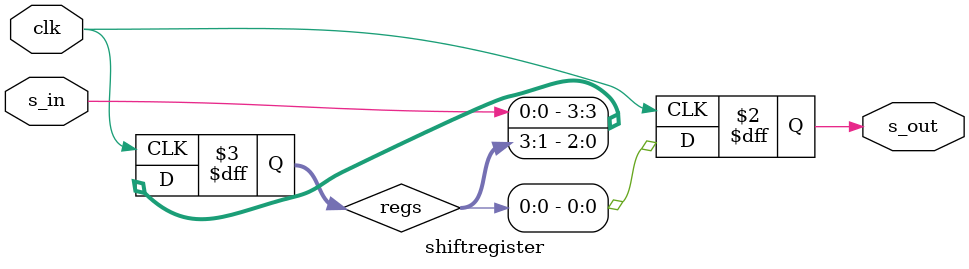
<source format=sv>
module shiftregister (
        input logic clk, s_in,
        output logic s_out
    );
    logic [3:0] regs;
    always_ff @(posedge clk) begin
        regs <= {s_in, regs[3:1]};
        s_out <= regs[0];
    end
endmodule

</source>
